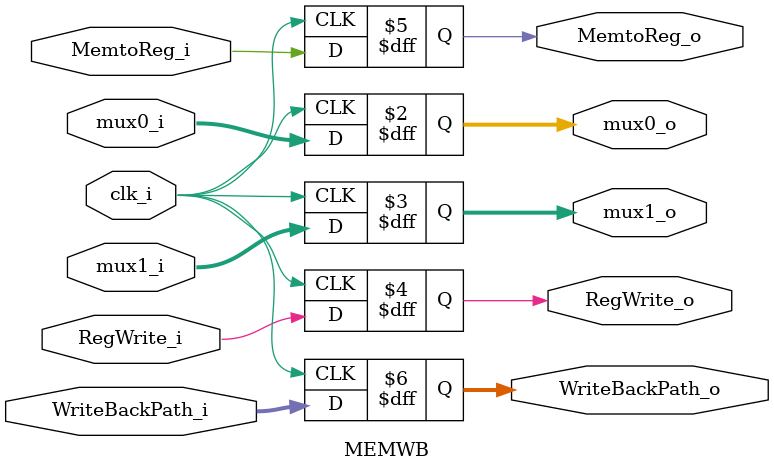
<source format=v>
module MEMWB
(
	clk_i,
	mux0_i, mux1_i,
	mux0_o, mux1_o,
	RegWrite_i, MemtoReg_i,
	RegWrite_o, MemtoReg_o,
	WriteBackPath_i, WriteBackPath_o
);

input			clk_i;
input	[31:0]	mux0_i, mux1_i;
output	[31:0]	mux0_o, mux1_o;
reg		[31:0]	mux0_o, mux1_o;

// Control signal
input			RegWrite_i, MemtoReg_i;
output			RegWrite_o, MemtoReg_o;
reg   			RegWrite_o, MemtoReg_o;

// Write path
input 	[4:0]	WriteBackPath_i;
output 	[4:0]	WriteBackPath_o;
reg 	[4:0]	WriteBackPath_o;

always@(posedge clk_i) begin
	mux0_o <= mux0_i;
	mux1_o <= mux1_i;
	// Control signal
	RegWrite_o <= RegWrite_i;
	MemtoReg_o <= MemtoReg_i;
	// Writeback path
	WriteBackPath_o <= WriteBackPath_i;
end

endmodule
</source>
